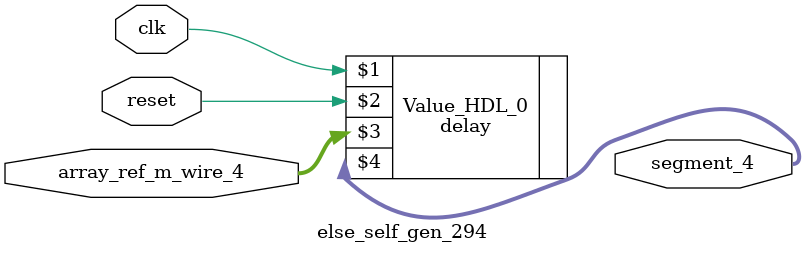
<source format=v>
module else_self_gen_294( input clk, input reset, input [31:0]array_ref_m_wire_4, output [31:0]segment_4); 
	wire [31:0]segment_4;
	//Proceed with segment_4 = array_ref_m_wire_4
	delay Value_HDL_0 ( clk, reset, array_ref_m_wire_4, segment_4);
endmodule
</source>
